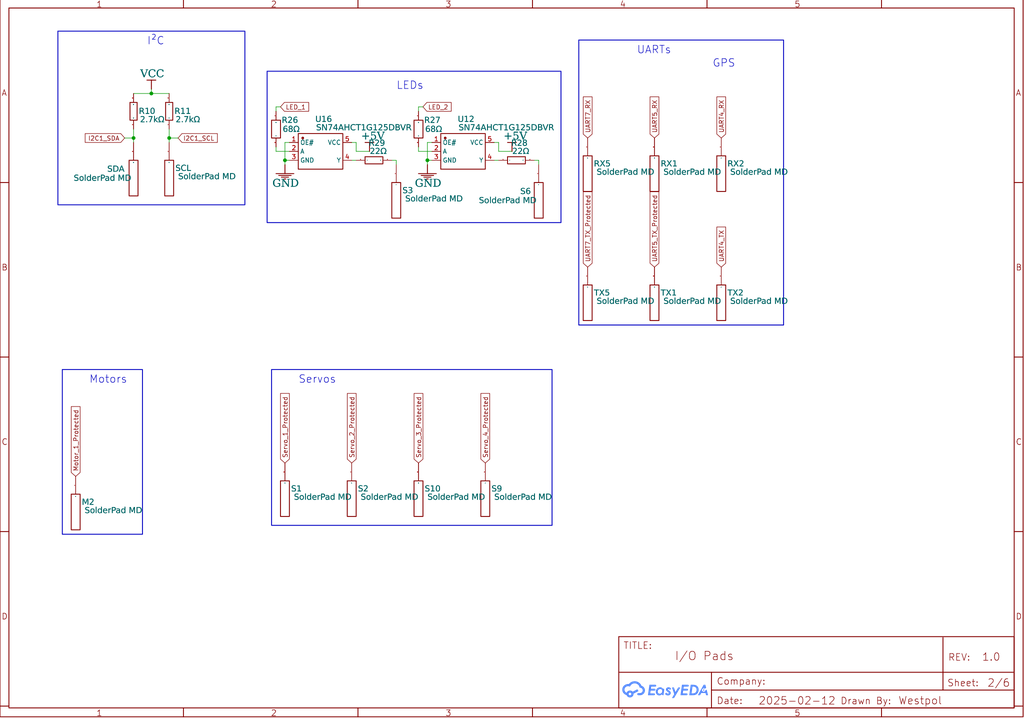
<source format=kicad_sch>
(kicad_sch (version 20250114) (generator "eeschema") (generator_version "9.0")
  (paper "User" 292.1 205.105)
  (lib_symbols
    (symbol "+5V" (power) (pin_numbers (hide yes)) (pin_names (hide yes))
      (property "Value" "+5V" (at 0 -3.81 0))
      (symbol "+5V_0_0"
        (pin power_in line (at 0 0 270) (length 0) (name "+5V") (number "1"))
      )
    )
    (symbol "CRCW040268R0FKEDC"
      (property "Reference" "R26" (at 1.6256 3.3909 0))
      (property "Value" "68Ω" (at 1.6002 0.8763 0))
      (symbol "CRCW040268R0FKEDC_0_0"
        (pin unspecified line (at 0 5.08 270) (length 2.54) (name "2") (number "2"))
        (pin unspecified line (at 0 -5.08 90) (length 2.54) (name "1") (number "1"))
      )
    )
    (symbol "CRCW040268R0FKEDC_1"
      (property "Reference" "R27" (at 1.6256 3.3909 0))
      (property "Value" "68Ω" (at 1.6002 0.8763 0))
      (symbol "CRCW040268R0FKEDC_1_0_0"
        (pin unspecified line (at 0 5.08 270) (length 2.54) (name "2") (number "2"))
        (pin unspecified line (at 0 -5.08 90) (length 2.54) (name "1") (number "1"))
      )
    )
    (symbol "GND" (power) (pin_numbers (hide yes)) (pin_names (hide yes))
      (property "Value" "GND" (at 0 -6.35 0))
      (symbol "GND_0_0"
        (pin power_in line (at 0 0 270) (length 0) (name "GND") (number "1"))
      )
    )
    (symbol "RC0402FR-0722RL"
      (property "Reference" "R28" (at -1.4986 5.7531 0))
      (property "Value" "22Ω" (at -1.4986 3.4671 0))
      (symbol "RC0402FR-0722RL_0_0"
        (pin input line (at -5.08 0 0) (length 2.54) (name "1") (number "1"))
        (pin input line (at 5.08 0 180) (length 2.54) (name "2") (number "2"))
      )
    )
    (symbol "RC0402FR-0722RL_1"
      (property "Reference" "R29" (at -1.4986 5.7531 0))
      (property "Value" "22Ω" (at -1.4986 3.4671 0))
      (symbol "RC0402FR-0722RL_1_0_0"
        (pin input line (at -5.08 0 0) (length 2.54) (name "1") (number "1"))
        (pin input line (at 5.08 0 180) (length 2.54) (name "2") (number "2"))
      )
    )
    (symbol "RC0402FR-072K7L"
      (property "Reference" "R10" (at 1.524 0.8763 0))
      (property "Value" "2.7kΩ" (at 1.524 -1.4351 0))
      (symbol "RC0402FR-072K7L_0_0"
        (pin input line (at 0 5.08 270) (length 2.54) (name "2") (number "2"))
        (pin input line (at 0 -5.08 90) (length 2.54) (name "1") (number "1"))
      )
    )
    (symbol "RC0402FR-072K7L_1"
      (property "Reference" "R11" (at 1.524 0.8763 0))
      (property "Value" "2.7kΩ" (at 1.524 -1.4351 0))
      (symbol "RC0402FR-072K7L_1_0_0"
        (pin input line (at 0 5.08 270) (length 2.54) (name "2") (number "2"))
        (pin input line (at 0 -5.08 90) (length 2.54) (name "1") (number "1"))
      )
    )
    (symbol "SN74AHCT1G125DBVR"
      (property "Reference" "U12" (at -1.4986 10.0203 0))
      (property "Value" "SN74AHCT1G125DBVR" (at -1.4986 7.6835 0))
      (symbol "SN74AHCT1G125DBVR_0_0"
        (pin unspecified line (at -8.89 2.54 0) (length 2.54) (name "OE#") (number "1"))
        (pin unspecified line (at -8.89 0 0) (length 2.54) (name "A") (number "2"))
        (pin unspecified line (at -8.89 -2.54 0) (length 2.54) (name "GND") (number "3"))
        (pin unspecified line (at 8.89 2.54 180) (length 2.54) (name "VCC") (number "5"))
        (pin unspecified line (at 8.89 -2.54 180) (length 2.54) (name "Y") (number "4"))
      )
    )
    (symbol "SN74AHCT1G125DBVR_1"
      (property "Reference" "U16" (at -1.4986 10.0203 0))
      (property "Value" "SN74AHCT1G125DBVR" (at -1.4986 7.6835 0))
      (symbol "SN74AHCT1G125DBVR_1_0_0"
        (pin unspecified line (at -8.89 2.54 0) (length 2.54) (name "OE#") (number "1"))
        (pin unspecified line (at -8.89 0 0) (length 2.54) (name "A") (number "2"))
        (pin unspecified line (at -8.89 -2.54 0) (length 2.54) (name "GND") (number "3"))
        (pin unspecified line (at 8.89 2.54 180) (length 2.54) (name "VCC") (number "5"))
        (pin unspecified line (at 8.89 -2.54 180) (length 2.54) (name "Y") (number "4"))
      )
    )
    (symbol "SolderPad MD"
      (property "Reference" "SCL" (at 1.778 -1.4097 0))
      (property "Value" "SolderPad MD" (at 1.778 -3.7211 0))
      (symbol "SolderPad MD_0_0"
        (pin unspecified line (at 0 5.08 270) (length 5.08) (name "1") (number "1"))
      )
    )
    (symbol "SolderPad MD_1"
      (property "Reference" "SDA" (at -7.493 -1.6383 0))
      (property "Value" "SolderPad MD" (at -17.8562 -4.1783 0))
      (symbol "SolderPad MD_1_0_0"
        (pin unspecified line (at 0 5.08 270) (length 5.08) (name "1") (number "1"))
      )
    )
    (symbol "SolderPad MD_10"
      (property "Reference" "S6" (at -5.2578 -1.6637 0))
      (property "Value" "SolderPad MD" (at -17.8562 -4.2037 0))
      (symbol "SolderPad MD_10_0_0"
        (pin unspecified line (at 0 5.08 270) (length 5.08) (name "1") (number "1"))
      )
    )
    (symbol "SolderPad MD_11"
      (property "Reference" "S9" (at 1.778 -1.4097 0))
      (property "Value" "SolderPad MD" (at 1.778 -3.7211 0))
      (symbol "SolderPad MD_11_0_0"
        (pin unspecified line (at 0 5.08 270) (length 5.08) (name "1") (number "1"))
      )
    )
    (symbol "SolderPad MD_12"
      (property "Reference" "S10" (at 1.778 -1.4097 0))
      (property "Value" "SolderPad MD" (at 1.778 -3.7211 0))
      (symbol "SolderPad MD_12_0_0"
        (pin unspecified line (at 0 5.08 270) (length 5.08) (name "1") (number "1"))
      )
    )
    (symbol "SolderPad MD_13"
      (property "Reference" "TX5" (at 1.778 -1.4097 0))
      (property "Value" "SolderPad MD" (at 1.778 -3.7211 0))
      (symbol "SolderPad MD_13_0_0"
        (pin unspecified line (at 0 5.08 270) (length 5.08) (name "1") (number "1"))
      )
    )
    (symbol "SolderPad MD_14"
      (property "Reference" "RX5" (at 1.778 -1.4097 0))
      (property "Value" "SolderPad MD" (at 1.778 -3.7211 0))
      (symbol "SolderPad MD_14_0_0"
        (pin unspecified line (at 0 5.08 270) (length 5.08) (name "1") (number "1"))
      )
    )
    (symbol "SolderPad MD_2"
      (property "Reference" "RX1" (at 1.778 -1.4097 0))
      (property "Value" "SolderPad MD" (at 1.778 -3.7211 0))
      (symbol "SolderPad MD_2_0_0"
        (pin unspecified line (at 0 5.08 270) (length 5.08) (name "1") (number "1"))
      )
    )
    (symbol "SolderPad MD_3"
      (property "Reference" "TX1" (at 1.778 -1.4097 0))
      (property "Value" "SolderPad MD" (at 1.778 -3.7211 0))
      (symbol "SolderPad MD_3_0_0"
        (pin unspecified line (at 0 5.08 270) (length 5.08) (name "1") (number "1"))
      )
    )
    (symbol "SolderPad MD_4"
      (property "Reference" "RX2" (at 1.778 -1.4097 0))
      (property "Value" "SolderPad MD" (at 1.778 -3.7211 0))
      (symbol "SolderPad MD_4_0_0"
        (pin unspecified line (at 0 5.08 270) (length 5.08) (name "1") (number "1"))
      )
    )
    (symbol "SolderPad MD_5"
      (property "Reference" "TX2" (at 1.778 -1.4097 0))
      (property "Value" "SolderPad MD" (at 1.778 -3.7211 0))
      (symbol "SolderPad MD_5_0_0"
        (pin unspecified line (at 0 5.08 270) (length 5.08) (name "1") (number "1"))
      )
    )
    (symbol "SolderPad MD_6"
      (property "Reference" "S1" (at 1.778 -1.4097 0))
      (property "Value" "SolderPad MD" (at 1.778 -3.7211 0))
      (symbol "SolderPad MD_6_0_0"
        (pin unspecified line (at 0 5.08 270) (length 5.08) (name "1") (number "1"))
      )
    )
    (symbol "SolderPad MD_7"
      (property "Reference" "S2" (at 1.778 -1.4097 0))
      (property "Value" "SolderPad MD" (at 1.778 -3.7211 0))
      (symbol "SolderPad MD_7_0_0"
        (pin unspecified line (at 0 5.08 270) (length 5.08) (name "1") (number "1"))
      )
    )
    (symbol "SolderPad MD_8"
      (property "Reference" "M2" (at 1.778 -1.4097 0))
      (property "Value" "SolderPad MD" (at 1.778 -3.7211 0))
      (symbol "SolderPad MD_8_0_0"
        (pin unspecified line (at 0 5.08 270) (length 5.08) (name "1") (number "1"))
      )
    )
    (symbol "SolderPad MD_9"
      (property "Reference" "S3" (at 1.778 -1.4097 0))
      (property "Value" "SolderPad MD" (at 1.778 -3.7211 0))
      (symbol "SolderPad MD_9_0_0"
        (pin unspecified line (at 0 5.08 270) (length 5.08) (name "1") (number "1"))
      )
    )
    (symbol "Unknown_0_-806"
      (symbol "Unknown_0_-806_0_0"
        (text "A" (at 0.381 -25.7429 0) (effects (font (size 1.6891 1.6891)) (justify left top)))
        (text "B" (at 0.381 -75.5269 0) (effects (font (size 1.6891 1.6891)) (justify left top)))
        (text "C" (at 0.381 -125.3109 0) (effects (font (size 1.6891 1.6891)) (justify left top)))
        (text "D" (at 0.381 -175.0949 0) (effects (font (size 1.6891 1.6891)) (justify left top)))
        (text "1" (at 27.432 -0.4699 0) (effects (font (size 1.6891 1.6891)) (justify left top)))
        (text "1" (at 27.432 -202.6539 0) (effects (font (size 1.6891 1.6891)) (justify left top)))
        (text "2" (at 77.216 -0.4699 0) (effects (font (size 1.6891 1.6891)) (justify left top)))
        (text "2" (at 77.216 -202.6539 0) (effects (font (size 1.6891 1.6891)) (justify left top)))
        (text "3" (at 127 -0.4699 0) (effects (font (size 1.6891 1.6891)) (justify left top)))
        (text "3" (at 127 -202.6539 0) (effects (font (size 1.6891 1.6891)) (justify left top)))
        (text "4" (at 176.784 -0.4699 0) (effects (font (size 1.6891 1.6891)) (justify left top)))
        (text "4" (at 176.784 -202.6539 0) (effects (font (size 1.6891 1.6891)) (justify left top)))
        (text "TITLE:" (at 177.7746 -183.2356 0) (effects (font (size 1.9304 1.9304)) (justify left top)))
        (text "I/O Pads" (at 192.4304 -185.928 0) (effects (font (size 2.413 2.413)) (justify left top)))
        (text "Company:" (at 204.3684 -193.4464 0) (effects (font (size 1.9304 1.9304)) (justify left top)))
        (text "Date:" (at 204.3684 -198.9836 0) (effects (font (size 1.9304 1.9304)) (justify left top)))
        (text "2025-02-12" (at 216.3064 -198.8439 0) (effects (font (size 2.1717 2.1717)) (justify left top)))
        (text "5" (at 226.568 -0.4699 0) (effects (font (size 1.6891 1.6891)) (justify left top)))
        (text "5" (at 226.568 -202.6539 0) (effects (font (size 1.6891 1.6891)) (justify left top)))
        (text "Drawn By:" (at 239.6744 -199.0344 0) (effects (font (size 1.9304 1.9304)) (justify left top)))
        (text "Westpol" (at 256.1844 -198.7931 0) (effects (font (size 2.1717 2.1717)) (justify left top)))
        (text "Sheet:" (at 270.1544 -193.9036 0) (effects (font (size 1.9304 1.9304)) (justify left top)))
        (text "REV:" (at 270.4084 -186.5884 0) (effects (font (size 1.9304 1.9304)) (justify left top)))
        (text "1.0" (at 280.0604 -186.3471 0) (effects (font (size 2.1717 2.1717)) (justify left top)))
        (text "2/6" (at 281.5844 -193.7639 0) (effects (font (size 2.1717 2.1717)) (justify left top)))
        (text "A" (at 289.687 -25.7429 0) (effects (font (size 1.6891 1.6891)) (justify left top)))
        (text "B" (at 289.687 -75.5269 0) (effects (font (size 1.6891 1.6891)) (justify left top)))
        (text "C" (at 289.687 -125.3109 0) (effects (font (size 1.6891 1.6891)) (justify left top)))
        (text "D" (at 289.687 -175.0949 0) (effects (font (size 1.6891 1.6891)) (justify left top)))
      )
    )
    (symbol "VCC" (power) (pin_numbers (hide yes)) (pin_names (hide yes))
      (property "Value" "VCC" (at 0 -3.81 0))
      (symbol "VCC_0_0"
        (pin power_in line (at 0 0 270) (length 0) (name "VCC") (number "1"))
      )
    )
  )
  (rectangle (start 76.2 20.32) (end 160.02 63.5) (stroke (width 0.254)))
  (rectangle (start 16.51 8.89) (end 69.85 58.42) (stroke (width 0.254)))
  (rectangle (start 165.1 11.43) (end 223.52 92.71) (stroke (width 0.254)))
  (rectangle (start 77.47 105.41) (end 157.48 149.86) (stroke (width 0.254)))
  (rectangle (start 17.78 105.41) (end 40.64 152.4) (stroke (width 0.254)))
  (text "LEDs" (at 113.03 23.2283 0) (effects (font (size 2.1717 2.1717)) (justify left top)))
  (text "I²C" (at 41.91 10.5283 0) (effects (font (size 2.1717 2.1717)) (justify left top)))
  (text "UARTs" (at 181.61 13.0683 0) (effects (font (size 2.1717 2.1717)) (justify left top)))
  (text "Motors" (at 25.4 107.0483 0) (effects (font (size 2.1717 2.1717)) (justify left top)))
  (text "Servos" (at 85.09 107.0483 0) (effects (font (size 2.1717 2.1717)) (justify left top)))
  (text "GPS" (at 203.2 16.8783 0) (effects (font (size 2.1717 2.1717)) (justify left top)))
  (junction (at 121.92 45.72))
  (junction (at 43.18 26.67))
  (junction (at 81.28 45.72))
  (junction (at 48.26 39.37))
  (junction (at 38.1 39.37))
  (wire (pts (xy 119.38 31.75) (xy 119.38 30.48)))
  (wire (pts (xy 78.74 43.18) (xy 82.55 43.18)))
  (wire (pts (xy 101.6 43.18) (xy 101.6 40.64)))
  (wire (pts (xy 81.28 46.99) (xy 81.28 45.72)))
  (wire (pts (xy 123.19 40.64) (xy 121.92 40.64)))
  (wire (pts (xy 38.1 36.83) (xy 38.1 39.37)))
  (wire (pts (xy 48.26 39.37) (xy 50.8 39.37)))
  (wire (pts (xy 48.26 36.83) (xy 48.26 39.37)))
  (wire (pts (xy 105.41 43.18) (xy 101.6 43.18)))
  (wire (pts (xy 38.1 40.64) (xy 38.1 39.37)))
  (wire (pts (xy 119.38 30.48) (xy 120.65 30.48)))
  (wire (pts (xy 100.33 45.72) (xy 101.6 45.72)))
  (wire (pts (xy 142.24 40.64) (xy 140.97 40.64)))
  (wire (pts (xy 81.28 45.72) (xy 82.55 45.72)))
  (wire (pts (xy 113.03 45.72) (xy 113.03 46.99)))
  (wire (pts (xy 101.6 40.64) (xy 100.33 40.64)))
  (wire (pts (xy 119.38 43.18) (xy 123.19 43.18)))
  (wire (pts (xy 121.92 40.64) (xy 121.92 45.72)))
  (wire (pts (xy 78.74 30.48) (xy 78.74 31.75)))
  (wire (pts (xy 119.38 41.91) (xy 119.38 43.18)))
  (wire (pts (xy 43.18 26.67) (xy 43.18 25.4)))
  (wire (pts (xy 111.76 45.72) (xy 113.03 45.72)))
  (wire (pts (xy 80.01 30.48) (xy 78.74 30.48)))
  (wire (pts (xy 121.92 45.72) (xy 123.19 45.72)))
  (wire (pts (xy 38.1 26.67) (xy 43.18 26.67)))
  (wire (pts (xy 152.4 45.72) (xy 153.67 45.72)))
  (wire (pts (xy 81.28 40.64) (xy 81.28 45.72)))
  (wire (pts (xy 48.26 26.67) (xy 43.18 26.67)))
  (wire (pts (xy 153.67 45.72) (xy 153.67 46.99)))
  (wire (pts (xy 38.1 39.37) (xy 35.56 39.37)))
  (wire (pts (xy 78.74 41.91) (xy 78.74 43.18)))
  (wire (pts (xy 146.05 43.18) (xy 142.24 43.18)))
  (wire (pts (xy 82.55 40.64) (xy 81.28 40.64)))
  (wire (pts (xy 140.97 45.72) (xy 142.24 45.72)))
  (wire (pts (xy 48.26 40.64) (xy 48.26 39.37)))
  (wire (pts (xy 142.24 43.18) (xy 142.24 40.64)))
  (wire (pts (xy 121.92 46.99) (xy 121.92 45.72)))
  (global_label "UART4_RX" (shape input) (at 205.74 39.37 90) (property "Intersheetrefs" "${INTERSHEET_REFS}" (effects (hide yes))))
  (global_label "UART5_RX" (shape input) (at 186.69 39.37 90) (property "Intersheetrefs" "${INTERSHEET_REFS}" (effects (hide yes))))
  (global_label "LED_1" (shape input) (at 80.01 30.48 0) (property "Intersheetrefs" "${INTERSHEET_REFS}" (effects (hide yes))))
  (global_label "UART5_TX_Protected" (shape input) (at 186.69 76.2 90) (property "Intersheetrefs" "${INTERSHEET_REFS}" (effects (hide yes))))
  (global_label "I2C1_SDA" (shape input) (at 35.56 39.37 180) (property "Intersheetrefs" "${INTERSHEET_REFS}" (effects (hide yes))))
  (global_label "UART7_RX" (shape input) (at 167.64 39.37 90) (property "Intersheetrefs" "${INTERSHEET_REFS}" (effects (hide yes))))
  (global_label "Servo_4_Protected" (shape input) (at 138.43 132.08 90) (property "Intersheetrefs" "${INTERSHEET_REFS}" (effects (hide yes))))
  (global_label "UART4_TX" (shape input) (at 205.74 76.2 90) (property "Intersheetrefs" "${INTERSHEET_REFS}" (effects (hide yes))))
  (global_label "Servo_1_Protected" (shape input) (at 81.28 132.08 90) (property "Intersheetrefs" "${INTERSHEET_REFS}" (effects (hide yes))))
  (global_label "Servo_3_Protected" (shape input) (at 119.38 132.08 90) (property "Intersheetrefs" "${INTERSHEET_REFS}" (effects (hide yes))))
  (global_label "Motor_1_Protected" (shape input) (at 21.59 135.89 90) (property "Intersheetrefs" "${INTERSHEET_REFS}" (effects (hide yes))))
  (global_label "LED_2" (shape input) (at 120.65 30.48 0) (property "Intersheetrefs" "${INTERSHEET_REFS}" (effects (hide yes))))
  (global_label "Servo_2_Protected" (shape input) (at 100.33 132.08 90) (property "Intersheetrefs" "${INTERSHEET_REFS}" (effects (hide yes))))
  (global_label "UART7_TX_Protected" (shape input) (at 167.64 76.2 90) (property "Intersheetrefs" "${INTERSHEET_REFS}" (effects (hide yes))))
  (global_label "I2C1_SCL" (shape input) (at 50.8 39.37 0) (property "Intersheetrefs" "${INTERSHEET_REFS}" (effects (hide yes))))
  (symbol (lib_id "SolderPad MD_10") (at 153.67 52.07 0) (unit 0)
    (property "Reference" "S6" (at 148.4122 53.7337 0) (effects (font (size 1.6891 1.6891)) (justify left top)))
    (property "Value" "SolderPad MD" (at 135.8138 56.2737 0) (effects (font (size 1.6891 1.6891)) (justify left top)))
  )
  (symbol (lib_id "SolderPad MD_4") (at 205.74 44.45 0) (unit 0)
    (property "Reference" "RX2" (at 207.518 45.8597 0) (effects (font (size 1.6891 1.6891)) (justify left top)))
    (property "Value" "SolderPad MD" (at 207.518 48.1711 0) (effects (font (size 1.6891 1.6891)) (justify left top)))
  )
  (symbol (lib_id "SN74AHCT1G125DBVR") (at 132.08 43.18 0) (unit 0)
    (property "Reference" "U12" (at 130.5814 33.1597 0) (effects (font (size 1.6891 1.6891)) (justify left top)))
    (property "Value" "SN74AHCT1G125DBVR" (at 130.5814 35.4965 0) (effects (font (size 1.6891 1.6891)) (justify left top)))
    (property "Datasheet" "https://lcsc.com/eda_search?q=C7484&%26type=1&ref=editor" (effects (hide yes)))
    (property "Manufacturer Part" "SN74AHCT1G125DBVR" (effects (hide yes)))
    (property "Manufacturer" "TI(德州仪器)" (effects (hide yes)))
    (property "Supplier Part" "C7484" (effects (hide yes)))
    (property "Supplier" "LCSC" (effects (hide yes)))
  )
  (symbol (lib_id "CRCW040268R0FKEDC") (at 78.74 36.83 0) (unit 0)
    (property "Reference" "R26" (at 80.3656 33.4391 0) (effects (font (size 1.6891 1.6891)) (justify left top)))
    (property "Value" "68Ω" (at 80.3402 35.9537 0) (effects (font (size 1.6891 1.6891)) (justify left top)))
    (property "Datasheet" "https://lcsc.com/eda_search?q=C3009203&%26type=1&ref=editor" (effects (hide yes)))
    (property "Manufacturer Part" "CRCW040268R0FKEDC" (effects (hide yes)))
    (property "Manufacturer" "VISHAY(威世)" (effects (hide yes)))
    (property "Supplier Part" "C3009203" (effects (hide yes)))
    (property "Supplier" "LCSC" (effects (hide yes)))
  )
  (symbol (lib_id "SolderPad MD_9") (at 113.03 52.07 0) (unit 0)
    (property "Reference" "S3" (at 114.808 53.4797 0) (effects (font (size 1.6891 1.6891)) (justify left top)))
    (property "Value" "SolderPad MD" (at 114.808 55.7911 0) (effects (font (size 1.6891 1.6891)) (justify left top)))
  )
  (symbol (lib_id "VCC") (at 43.18 25.4 0) (mirror x) (unit 0)
    (property "Reference" "#PWR?" (effects (hide yes)))
    (property "Value" "VCC" (at 40.132 22.352 0) (effects (font (size 2.1717 2.1717)) (justify left top)))
    (property "Description" "Power symbol creates a global label with name 'VCC'" (effects (hide yes)))
  )
  (symbol (lib_id "SolderPad MD_11") (at 138.43 137.16 0) (unit 0)
    (property "Reference" "S9" (at 140.208 138.5697 0) (effects (font (size 1.6891 1.6891)) (justify left top)))
    (property "Value" "SolderPad MD" (at 140.208 140.8811 0) (effects (font (size 1.6891 1.6891)) (justify left top)))
  )
  (symbol (lib_id "SolderPad MD_1") (at 38.1 45.72 0) (unit 0)
    (property "Reference" "SDA" (at 30.607 47.3583 0) (effects (font (size 1.6891 1.6891)) (justify left top)))
    (property "Value" "SolderPad MD" (at 20.2438 49.8983 0) (effects (font (size 1.6891 1.6891)) (justify left top)))
  )
  (symbol (lib_id "SolderPad MD") (at 48.26 45.72 0) (unit 0)
    (property "Reference" "SCL" (at 50.038 47.1297 0) (effects (font (size 1.6891 1.6891)) (justify left top)))
    (property "Value" "SolderPad MD" (at 50.038 49.4411 0) (effects (font (size 1.6891 1.6891)) (justify left top)))
  )
  (symbol (lib_id "RC0402FR-072K7L_1") (at 48.26 31.75 0) (unit 0)
    (property "Reference" "R11" (at 49.784 30.8737 0) (effects (font (size 1.6891 1.6891)) (justify left top)))
    (property "Value" "2.7kΩ" (at 49.784 33.1851 0) (effects (font (size 1.6891 1.6891)) (justify left top)))
    (property "Manufacturer Part" "RC0402FR-072K7L" (effects (hide yes)))
    (property "Manufacturer" "YAGEO(国巨)" (effects (hide yes)))
    (property "Supplier Part" "C138017" (effects (hide yes)))
    (property "Supplier" "LCSC" (effects (hide yes)))
  )
  (symbol (lib_id "SolderPad MD_6") (at 81.28 137.16 0) (unit 0)
    (property "Reference" "S1" (at 83.058 138.5697 0) (effects (font (size 1.6891 1.6891)) (justify left top)))
    (property "Value" "SolderPad MD" (at 83.058 140.8811 0) (effects (font (size 1.6891 1.6891)) (justify left top)))
  )
  (symbol (lib_id "SolderPad MD_5") (at 205.74 81.28 0) (unit 0)
    (property "Reference" "TX2" (at 207.518 82.6897 0) (effects (font (size 1.6891 1.6891)) (justify left top)))
    (property "Value" "SolderPad MD" (at 207.518 85.0011 0) (effects (font (size 1.6891 1.6891)) (justify left top)))
  )
  (symbol (lib_id "RC0402FR-0722RL") (at 147.32 45.72 0) (unit 0)
    (property "Reference" "R28" (at 145.8214 39.9669 0) (effects (font (size 1.6891 1.6891)) (justify left top)))
    (property "Value" "22Ω" (at 145.8214 42.2529 0) (effects (font (size 1.6891 1.6891)) (justify left top)))
    (property "Manufacturer Part" "RC0402FR-0722RL" (effects (hide yes)))
    (property "Manufacturer" "YAGEO(国巨)" (effects (hide yes)))
    (property "Supplier Part" "C114765" (effects (hide yes)))
    (property "Supplier" "LCSC" (effects (hide yes)))
  )
  (symbol (lib_id "Unknown_0_-806") (at 0 -0.254 0) (unit 0)
    (property "Reference" "A" (effects (hide yes)))
    (property "Value" "A" (effects (hide yes)))
    (property "Manufacturer Part" "?" (effects (hide yes)))
  )
  (symbol (lib_id "+5V") (at 105.41 43.18 0) (mirror x) (unit 0)
    (property "Reference" "#PWR?" (effects (hide yes)))
    (property "Value" "+5V" (at 102.87 40.132 0) (effects (font (size 2.1717 2.1717)) (justify left top)))
    (property "Description" "Power symbol creates a global label with name '+5V'" (effects (hide yes)))
  )
  (symbol (lib_id "RC0402FR-072K7L") (at 38.1 31.75 0) (unit 0)
    (property "Reference" "R10" (at 39.624 30.8737 0) (effects (font (size 1.6891 1.6891)) (justify left top)))
    (property "Value" "2.7kΩ" (at 39.624 33.1851 0) (effects (font (size 1.6891 1.6891)) (justify left top)))
    (property "Manufacturer Part" "RC0402FR-072K7L" (effects (hide yes)))
    (property "Manufacturer" "YAGEO(国巨)" (effects (hide yes)))
    (property "Supplier Part" "C138017" (effects (hide yes)))
    (property "Supplier" "LCSC" (effects (hide yes)))
  )
  (symbol (lib_id "RC0402FR-0722RL_1") (at 106.68 45.72 0) (unit 0)
    (property "Reference" "R29" (at 105.1814 39.9669 0) (effects (font (size 1.6891 1.6891)) (justify left top)))
    (property "Value" "22Ω" (at 105.1814 42.2529 0) (effects (font (size 1.6891 1.6891)) (justify left top)))
    (property "Manufacturer Part" "RC0402FR-0722RL" (effects (hide yes)))
    (property "Manufacturer" "YAGEO(国巨)" (effects (hide yes)))
    (property "Supplier Part" "C114765" (effects (hide yes)))
    (property "Supplier" "LCSC" (effects (hide yes)))
  )
  (symbol (lib_id "SolderPad MD_13") (at 167.64 81.28 0) (unit 0)
    (property "Reference" "TX5" (at 169.418 82.6897 0) (effects (font (size 1.6891 1.6891)) (justify left top)))
    (property "Value" "SolderPad MD" (at 169.418 85.0011 0) (effects (font (size 1.6891 1.6891)) (justify left top)))
  )
  (symbol (lib_id "SolderPad MD_7") (at 100.33 137.16 0) (unit 0)
    (property "Reference" "S2" (at 102.108 138.5697 0) (effects (font (size 1.6891 1.6891)) (justify left top)))
    (property "Value" "SolderPad MD" (at 102.108 140.8811 0) (effects (font (size 1.6891 1.6891)) (justify left top)))
  )
  (symbol (lib_id "GND") (at 121.92 46.99 0) (unit 0)
    (property "Reference" "#PWR?" (effects (hide yes)))
    (property "Value" "GND" (at 118.618 53.594 0) (effects (font (size 2.1717 2.1717)) (justify left bottom)))
    (property "Description" "Power symbol creates a global label with name 'GND'" (effects (hide yes)))
  )
  (symbol (lib_id "SolderPad MD_2") (at 186.69 44.45 0) (unit 0)
    (property "Reference" "RX1" (at 188.468 45.8597 0) (effects (font (size 1.6891 1.6891)) (justify left top)))
    (property "Value" "SolderPad MD" (at 188.468 48.1711 0) (effects (font (size 1.6891 1.6891)) (justify left top)))
  )
  (symbol (lib_id "CRCW040268R0FKEDC_1") (at 119.38 36.83 0) (unit 0)
    (property "Reference" "R27" (at 121.0056 33.4391 0) (effects (font (size 1.6891 1.6891)) (justify left top)))
    (property "Value" "68Ω" (at 120.9802 35.9537 0) (effects (font (size 1.6891 1.6891)) (justify left top)))
    (property "Datasheet" "https://lcsc.com/eda_search?q=C3009203&%26type=1&ref=editor" (effects (hide yes)))
    (property "Manufacturer Part" "CRCW040268R0FKEDC" (effects (hide yes)))
    (property "Manufacturer" "VISHAY(威世)" (effects (hide yes)))
    (property "Supplier Part" "C3009203" (effects (hide yes)))
    (property "Supplier" "LCSC" (effects (hide yes)))
  )
  (symbol (lib_id "SolderPad MD_14") (at 167.64 44.45 0) (unit 0)
    (property "Reference" "RX5" (at 169.418 45.8597 0) (effects (font (size 1.6891 1.6891)) (justify left top)))
    (property "Value" "SolderPad MD" (at 169.418 48.1711 0) (effects (font (size 1.6891 1.6891)) (justify left top)))
  )
  (symbol (lib_id "SolderPad MD_12") (at 119.38 137.16 0) (unit 0)
    (property "Reference" "S10" (at 121.158 138.5697 0) (effects (font (size 1.6891 1.6891)) (justify left top)))
    (property "Value" "SolderPad MD" (at 121.158 140.8811 0) (effects (font (size 1.6891 1.6891)) (justify left top)))
  )
  (symbol (lib_id "SolderPad MD_8") (at 21.59 140.97 0) (unit 0)
    (property "Reference" "M2" (at 23.368 142.3797 0) (effects (font (size 1.6891 1.6891)) (justify left top)))
    (property "Value" "SolderPad MD" (at 23.368 144.6911 0) (effects (font (size 1.6891 1.6891)) (justify left top)))
  )
  (symbol (lib_id "GND") (at 81.28 46.99 0) (unit 0)
    (property "Reference" "#PWR?" (effects (hide yes)))
    (property "Value" "GND" (at 77.978 53.594 0) (effects (font (size 2.1717 2.1717)) (justify left bottom)))
    (property "Description" "Power symbol creates a global label with name 'GND'" (effects (hide yes)))
  )
  (symbol (lib_id "SN74AHCT1G125DBVR_1") (at 91.44 43.18 0) (unit 0)
    (property "Reference" "U16" (at 89.9414 33.1597 0) (effects (font (size 1.6891 1.6891)) (justify left top)))
    (property "Value" "SN74AHCT1G125DBVR" (at 89.9414 35.4965 0) (effects (font (size 1.6891 1.6891)) (justify left top)))
    (property "Datasheet" "https://lcsc.com/eda_search?q=C7484&%26type=1&ref=editor" (effects (hide yes)))
    (property "Manufacturer Part" "SN74AHCT1G125DBVR" (effects (hide yes)))
    (property "Manufacturer" "TI(德州仪器)" (effects (hide yes)))
    (property "Supplier Part" "C7484" (effects (hide yes)))
    (property "Supplier" "LCSC" (effects (hide yes)))
  )
  (symbol (lib_id "SolderPad MD_3") (at 186.69 81.28 0) (unit 0)
    (property "Reference" "TX1" (at 188.468 82.6897 0) (effects (font (size 1.6891 1.6891)) (justify left top)))
    (property "Value" "SolderPad MD" (at 188.468 85.0011 0) (effects (font (size 1.6891 1.6891)) (justify left top)))
  )
  (symbol (lib_id "+5V") (at 146.05 43.18 0) (mirror x) (unit 0)
    (property "Reference" "#PWR?" (effects (hide yes)))
    (property "Value" "+5V" (at 143.51 40.132 0) (effects (font (size 2.1717 2.1717)) (justify left top)))
    (property "Description" "Power symbol creates a global label with name '+5V'" (effects (hide yes)))
  )
)
</source>
